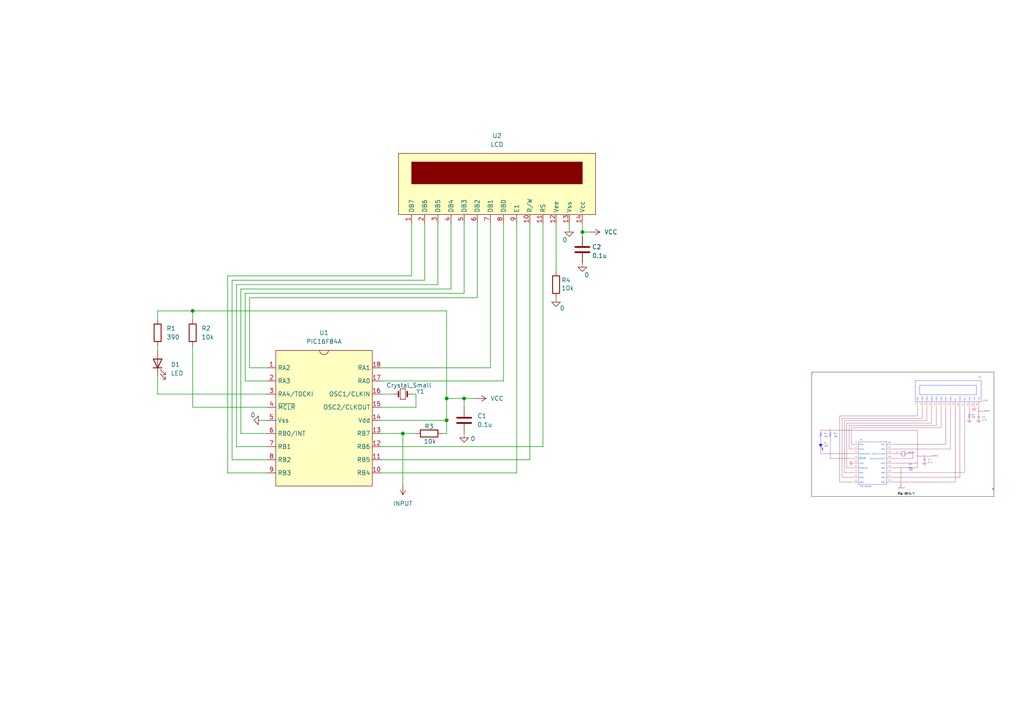
<source format=kicad_sch>
(kicad_sch (version 20250114) (generator "eeschema") (generator_version "9.0")
  (paper "A4")
  (lib_symbols
    (symbol "Device:C" (pin_numbers (hide yes)) (pin_names (offset 0.254))
      (property "Reference" "C" (at 0.635 2.54 0))
      (property "Value" "C" (at 0.635 -2.54 0))
      (symbol "C_0_1"
        (polyline (pts (xy -2.032 0.762) (xy 2.032 0.762)) (stroke (width 0.508)))
        (polyline (pts (xy -2.032 -0.762) (xy 2.032 -0.762)) (stroke (width 0.508)))
      )
      (symbol "C_1_1"
        (pin passive line (at 0 3.81 270) (length 2.794) (name "~") (number "1"))
        (pin passive line (at 0 -3.81 90) (length 2.794) (name "~") (number "2"))
      )
    )
    (symbol "Device:Crystal_Small" (pin_numbers (hide yes)) (pin_names (offset 1.016) (hide yes))
      (property "Reference" "Y" (at 0 2.54 0))
      (property "Value" "Crystal_Small" (at 0 -2.54 0))
      (symbol "Crystal_Small_0_1"
        (polyline (pts (xy -1.27 -0.762) (xy -1.27 0.762)) (stroke (width 0.381)))
        (rectangle (start -0.762 -1.524) (end 0.762 1.524))
        (polyline (pts (xy 1.27 -0.762) (xy 1.27 0.762)) (stroke (width 0.381)))
      )
      (symbol "Crystal_Small_1_1"
        (pin passive line (at -2.54 0 0) (length 1.27) (name "1") (number "1"))
        (pin passive line (at 2.54 0 180) (length 1.27) (name "2") (number "2"))
      )
    )
    (symbol "Device:LED" (pin_numbers (hide yes)) (pin_names (offset 1.016) (hide yes))
      (property "Reference" "D" (at 0 2.54 0))
      (property "Value" "LED" (at 0 -2.54 0))
      (symbol "LED_0_1"
        (polyline (pts (xy -3.048 -0.762) (xy -4.572 -2.286) (xy -3.81 -2.286) (xy -4.572 -2.286) (xy -4.572 -1.524)))
        (polyline (pts (xy -1.778 -0.762) (xy -3.302 -2.286) (xy -2.54 -2.286) (xy -3.302 -2.286) (xy -3.302 -1.524)))
        (polyline (pts (xy -1.27 0) (xy 1.27 0)))
        (polyline (pts (xy -1.27 -1.27) (xy -1.27 1.27)) (stroke (width 0.254)))
        (polyline (pts (xy 1.27 -1.27) (xy 1.27 1.27) (xy -1.27 0) (xy 1.27 -1.27)) (stroke (width 0.254)))
      )
      (symbol "LED_1_1"
        (pin passive line (at -3.81 0 0) (length 2.54) (name "K") (number "1"))
        (pin passive line (at 3.81 0 180) (length 2.54) (name "A") (number "2"))
      )
    )
    (symbol "Device:R" (pin_numbers (hide yes)) (pin_names (offset 0))
      (property "Reference" "R" (at 2.032 0 90))
      (property "Value" "R" (at 0 0 90))
      (symbol "R_0_1"
        (rectangle (start -1.016 -2.54) (end 1.016 2.54) (stroke (width 0.254)))
      )
      (symbol "R_1_1"
        (pin passive line (at 0 3.81 270) (length 1.27) (name "~") (number "1"))
        (pin passive line (at 0 -3.81 90) (length 1.27) (name "~") (number "2"))
      )
    )
    (symbol "Lab_lib:LCD"
      (property "Reference" "U" (at 0 12.192 0))
      (property "Value" "LCD" (at 0 9.398 0))
      (symbol "LCD_1_1"
        (rectangle (start -27.94 7.62) (end 29.21 -10.16) (fill (type background)))
        (rectangle (start -24.13 5.08) (end 25.4 -1.27) (fill (type outline)))
        (pin bidirectional line (at -24.13 -12.7 90) (length 2.54) (name "DB7") (number "1"))
        (pin bidirectional line (at -20.32 -12.7 90) (length 2.54) (name "DB6") (number "2"))
        (pin bidirectional line (at -16.51 -12.7 90) (length 2.54) (name "DB5") (number "3"))
        (pin bidirectional line (at -12.7 -12.7 90) (length 2.54) (name "DB4") (number "4"))
        (pin bidirectional line (at -8.89 -12.7 90) (length 2.54) (name "DB3") (number "5"))
        (pin bidirectional line (at -5.08 -12.7 90) (length 2.54) (name "DB2") (number "6"))
        (pin bidirectional line (at -1.27 -12.7 90) (length 2.54) (name "DB1") (number "7"))
        (pin bidirectional line (at 2.54 -12.7 90) (length 2.54) (name "DB0") (number "8"))
        (pin input line (at 6.35 -12.7 90) (length 2.54) (name "E1") (number "9"))
        (pin input line (at 10.16 -12.7 90) (length 2.54) (name "R/W") (number "10"))
        (pin input line (at 13.97 -12.7 90) (length 2.54) (name "RS") (number "11"))
        (pin power_in line (at 17.78 -12.7 90) (length 2.54) (name "Vee") (number "12"))
        (pin power_in line (at 21.59 -12.7 90) (length 2.54) (name "Vss") (number "13"))
        (pin power_in line (at 25.4 -12.7 90) (length 2.54) (name "Vcc") (number "14"))
      )
    )
    (symbol "Lab_lib:PIC16F84A"
      (property "Reference" "U" (at 0 2.54 0))
      (property "Value" "PIC16F84A" (at 0 0 0))
      (symbol "PIC16F84A_0_1"
        (arc (start 1.27 -1.27) (mid 0 -2.54) (end -1.27 -1.27))
      )
      (symbol "PIC16F84A_1_1"
        (rectangle (start -13.97 -1.27) (end 13.97 -40.64) (fill (type background)))
        (pin bidirectional line (at -16.51 -6.35 0) (length 2.54) (name "RA2") (number "1"))
        (pin bidirectional line (at -16.51 -10.16 0) (length 2.54) (name "RA3") (number "2"))
        (pin bidirectional line (at -16.51 -13.97 0) (length 2.54) (name "RA4/T0CKI") (number "3"))
        (pin input line (at -16.51 -17.78 0) (length 2.54) (name "~{MCLR}") (number "4"))
        (pin power_in line (at -16.51 -21.59 0) (length 2.54) (name "Vss") (number "5"))
        (pin bidirectional line (at -16.51 -25.4 0) (length 2.54) (name "RB0/INT") (number "6"))
        (pin bidirectional line (at -16.51 -29.21 0) (length 2.54) (name "RB1") (number "7"))
        (pin bidirectional line (at -16.51 -33.02 0) (length 2.54) (name "RB2") (number "8"))
        (pin bidirectional line (at -16.51 -36.83 0) (length 2.54) (name "RB3") (number "9"))
        (pin bidirectional line (at 16.51 -6.35 180) (length 2.54) (name "RA1") (number "18"))
        (pin bidirectional line (at 16.51 -10.16 180) (length 2.54) (name "RA0") (number "17"))
        (pin input line (at 16.51 -13.97 180) (length 2.54) (name "OSC1/CLKIN") (number "16"))
        (pin output line (at 16.51 -17.78 180) (length 2.54) (name "OSC2/CLKOUT") (number "15"))
        (pin power_in line (at 16.51 -21.59 180) (length 2.54) (name "Vdd") (number "14"))
        (pin bidirectional line (at 16.51 -25.4 180) (length 2.54) (name "RB7") (number "13"))
        (pin bidirectional line (at 16.51 -29.21 180) (length 2.54) (name "RB6") (number "12"))
        (pin bidirectional line (at 16.51 -33.02 180) (length 2.54) (name "RB5") (number "11"))
        (pin bidirectional line (at 16.51 -36.83 180) (length 2.54) (name "RB4") (number "10"))
      )
    )
    (symbol "Simulation_SPICE:0" (power) (pin_numbers (hide yes)) (pin_names (offset 0) (hide yes))
      (property "Value" "0" (at 0 -2.54 0))
      (symbol "0_0_1"
        (polyline (pts (xy -1.27 0) (xy 0 -1.27) (xy 1.27 0) (xy -1.27 0)))
      )
      (symbol "0_1_1"
        (pin power_in line (at 0 0 0) (length 0) (name "~") (number "1"))
      )
    )
    (symbol "power:LINE" (power) (pin_numbers (hide yes)) (pin_names (offset 0) (hide yes))
      (property "Value" "LINE" (at 0 3.556 0))
      (symbol "LINE_0_1"
        (polyline (pts (xy -0.762 1.27) (xy 0 2.54)))
        (polyline (pts (xy 0 2.54) (xy 0.762 1.27)))
        (polyline (pts (xy 0 0) (xy 0 2.54)))
      )
      (symbol "LINE_1_1"
        (pin power_in line (at 0 0 90) (length 0) (name "~") (number "1"))
      )
    )
    (symbol "power:VCC" (power) (pin_numbers (hide yes)) (pin_names (offset 0) (hide yes))
      (property "Value" "VCC" (at 0 3.556 0))
      (symbol "VCC_0_1"
        (polyline (pts (xy -0.762 1.27) (xy 0 2.54)))
        (polyline (pts (xy 0 2.54) (xy 0.762 1.27)))
        (polyline (pts (xy 0 0) (xy 0 2.54)))
      )
      (symbol "VCC_1_1"
        (pin power_in line (at 0 0 90) (length 0) (name "~") (number "1"))
      )
    )
  )
  (junction (at 55.88 90.17))
  (junction (at 129.54 115.57))
  (junction (at 134.62 115.57))
  (junction (at 168.91 67.31))
  (junction (at 116.84 125.73))
  (junction (at 129.54 121.92))
  (wire (pts (xy 55.88 118.11) (xy 77.47 118.11)))
  (wire (pts (xy 129.54 121.92) (xy 129.54 115.57)))
  (wire (pts (xy 134.62 125.73) (xy 134.62 127)))
  (wire (pts (xy 168.91 76.2) (xy 168.91 77.47)))
  (wire (pts (xy 129.54 115.57) (xy 134.62 115.57)))
  (wire (pts (xy 149.86 137.16) (xy 110.49 137.16)))
  (wire (pts (xy 110.49 125.73) (xy 116.84 125.73)))
  (wire (pts (xy 110.49 114.3) (xy 114.3 114.3)))
  (wire (pts (xy 45.72 90.17) (xy 45.72 92.71)))
  (wire (pts (xy 110.49 118.11) (xy 120.65 118.11)))
  (wire (pts (xy 77.47 106.68) (xy 72.39 106.68)))
  (wire (pts (xy 110.49 110.49) (xy 146.05 110.49)))
  (wire (pts (xy 119.38 80.01) (xy 119.38 64.77)))
  (wire (pts (xy 161.29 86.36) (xy 161.29 87.63)))
  (wire (pts (xy 161.29 64.77) (xy 161.29 78.74)))
  (wire (pts (xy 168.91 67.31) (xy 171.45 67.31)))
  (wire (pts (xy 68.58 129.54) (xy 68.58 82.55)))
  (wire (pts (xy 74.93 121.92) (xy 77.47 121.92)))
  (wire (pts (xy 116.84 125.73) (xy 120.65 125.73)))
  (wire (pts (xy 168.91 64.77) (xy 168.91 67.31)))
  (wire (pts (xy 71.12 110.49) (xy 71.12 85.09)))
  (wire (pts (xy 168.91 67.31) (xy 168.91 68.58)))
  (wire (pts (xy 165.1 64.77) (xy 165.1 67.31)))
  (wire (pts (xy 146.05 110.49) (xy 146.05 64.77)))
  (wire (pts (xy 129.54 90.17) (xy 129.54 115.57)))
  (wire (pts (xy 134.62 118.11) (xy 134.62 115.57)))
  (wire (pts (xy 55.88 100.33) (xy 55.88 118.11)))
  (wire (pts (xy 67.31 81.28) (xy 123.19 81.28)))
  (wire (pts (xy 68.58 82.55) (xy 127 82.55)))
  (wire (pts (xy 153.67 64.77) (xy 153.67 133.35)))
  (wire (pts (xy 72.39 86.36) (xy 138.43 86.36)))
  (wire (pts (xy 67.31 133.35) (xy 67.31 81.28)))
  (wire (pts (xy 77.47 125.73) (xy 69.85 125.73)))
  (wire (pts (xy 77.47 133.35) (xy 67.31 133.35)))
  (wire (pts (xy 128.27 125.73) (xy 129.54 125.73)))
  (wire (pts (xy 69.85 125.73) (xy 69.85 83.82)))
  (wire (pts (xy 55.88 90.17) (xy 55.88 92.71)))
  (wire (pts (xy 110.49 121.92) (xy 129.54 121.92)))
  (wire (pts (xy 45.72 100.33) (xy 45.72 101.6)))
  (wire (pts (xy 110.49 106.68) (xy 142.24 106.68)))
  (wire (pts (xy 157.48 129.54) (xy 110.49 129.54)))
  (wire (pts (xy 138.43 86.36) (xy 138.43 64.77)))
  (wire (pts (xy 66.04 137.16) (xy 66.04 80.01)))
  (wire (pts (xy 77.47 129.54) (xy 68.58 129.54)))
  (wire (pts (xy 153.67 133.35) (xy 110.49 133.35)))
  (wire (pts (xy 77.47 137.16) (xy 66.04 137.16)))
  (wire (pts (xy 77.47 110.49) (xy 71.12 110.49)))
  (wire (pts (xy 157.48 64.77) (xy 157.48 129.54)))
  (wire (pts (xy 120.65 118.11) (xy 120.65 114.3)))
  (wire (pts (xy 129.54 90.17) (xy 55.88 90.17)))
  (wire (pts (xy 134.62 85.09) (xy 134.62 64.77)))
  (wire (pts (xy 116.84 125.73) (xy 116.84 140.97)))
  (wire (pts (xy 69.85 83.82) (xy 130.81 83.82)))
  (wire (pts (xy 129.54 125.73) (xy 129.54 121.92)))
  (wire (pts (xy 45.72 90.17) (xy 55.88 90.17)))
  (wire (pts (xy 45.72 109.22) (xy 45.72 114.3)))
  (wire (pts (xy 130.81 83.82) (xy 130.81 64.77)))
  (wire (pts (xy 142.24 106.68) (xy 142.24 64.77)))
  (wire (pts (xy 66.04 80.01) (xy 119.38 80.01)))
  (wire (pts (xy 127 82.55) (xy 127 64.77)))
  (wire (pts (xy 72.39 106.68) (xy 72.39 86.36)))
  (wire (pts (xy 149.86 64.77) (xy 149.86 137.16)))
  (wire (pts (xy 45.72 114.3) (xy 77.47 114.3)))
  (wire (pts (xy 134.62 115.57) (xy 138.43 115.57)))
  (wire (pts (xy 123.19 81.28) (xy 123.19 64.77)))
  (wire (pts (xy 71.12 85.09) (xy 134.62 85.09)))
  (wire (pts (xy 120.65 114.3) (xy 119.38 114.3)))
  (image (at 261.874 125.984))
  (symbol (lib_id "Device:C") (at 168.91 72.39 0) (unit 1)
    (property "Reference" "C2" (at 171.704 71.628 0) (effects (justify left)))
    (property "Value" "0.1u" (at 171.704 74.168 0) (effects (justify left)))
    (property "Description" "Unpolarized capacitor" (effects (hide yes)))
  )
  (symbol (lib_id "Simulation_SPICE:0") (at 165.1 67.31 0) (unit 1)
    (property "Reference" "#GND01" (effects (hide yes)))
    (property "Value" "0" (at 163.83 69.596 0))
    (property "Datasheet" "https://ngspice.sourceforge.io/docs/ngspice-html-manual/manual.xhtml#subsec_Circuit_elements__device" (effects (hide yes)))
    (property "Description" "0V reference potential for simulation" (effects (hide yes)))
  )
  (symbol (lib_id "power:VCC") (at 171.45 67.31 270) (unit 1)
    (property "Reference" "#PWR01" (effects (hide yes)))
    (property "Value" "VCC" (at 175.26 67.3099 90) (effects (justify left)))
    (property "Description" "Power symbol creates a global label with name \"VCC\"" (effects (hide yes)))
  )
  (symbol (lib_id "Simulation_SPICE:0") (at 134.62 127 0) (unit 1)
    (property "Reference" "#GND05" (effects (hide yes)))
    (property "Value" "0" (at 137.16 127.254 0))
    (property "Datasheet" "https://ngspice.sourceforge.io/docs/ngspice-html-manual/manual.xhtml#subsec_Circuit_elements__device" (effects (hide yes)))
    (property "Description" "0V reference potential for simulation" (effects (hide yes)))
  )
  (symbol (lib_id "Simulation_SPICE:0") (at 168.91 77.47 0) (unit 1)
    (property "Reference" "#GND03" (effects (hide yes)))
    (property "Value" "0" (at 170.18 79.756 0))
    (property "Datasheet" "https://ngspice.sourceforge.io/docs/ngspice-html-manual/manual.xhtml#subsec_Circuit_elements__device" (effects (hide yes)))
    (property "Description" "0V reference potential for simulation" (effects (hide yes)))
  )
  (symbol (lib_id "Device:R") (at 45.72 96.52 0) (unit 1)
    (property "Reference" "R1" (at 48.26 95.2499 0) (effects (justify left)))
    (property "Value" "390" (at 48.26 97.7899 0) (effects (justify left)))
    (property "Description" "Resistor" (effects (hide yes)))
  )
  (symbol (lib_id "Simulation_SPICE:0") (at 74.93 121.92 270) (unit 1)
    (property "Reference" "#GND02" (effects (hide yes)))
    (property "Value" "0" (at 72.644 120.396 90) (effects (justify left)))
    (property "Datasheet" "https://ngspice.sourceforge.io/docs/ngspice-html-manual/manual.xhtml#subsec_Circuit_elements__device" (effects (hide yes)))
    (property "Description" "0V reference potential for simulation" (effects (hide yes)))
  )
  (symbol (lib_id "Device:LED") (at 45.72 105.41 90) (unit 1)
    (property "Reference" "D1" (at 49.53 105.7274 90) (effects (justify right)))
    (property "Value" "LED" (at 49.53 108.2674 90) (effects (justify right)))
    (property "Description" "Light emitting diode" (effects (hide yes)))
    (property "Sim.Pins" "1=K 2=A" (effects (hide yes)))
  )
  (symbol (lib_id "Device:C") (at 134.62 121.92 0) (unit 1)
    (property "Reference" "C1" (at 138.43 120.6499 0) (effects (justify left)))
    (property "Value" "0.1u" (at 138.43 123.1899 0) (effects (justify left)))
    (property "Description" "Unpolarized capacitor" (effects (hide yes)))
  )
  (symbol (lib_id "Simulation_SPICE:0") (at 161.29 87.63 0) (unit 1)
    (property "Reference" "#GND04" (effects (hide yes)))
    (property "Value" "0" (at 163.068 89.408 0))
    (property "Datasheet" "https://ngspice.sourceforge.io/docs/ngspice-html-manual/manual.xhtml#subsec_Circuit_elements__device" (effects (hide yes)))
    (property "Description" "0V reference potential for simulation" (effects (hide yes)))
  )
  (symbol (lib_id "Device:R") (at 124.46 125.73 90) (unit 1)
    (property "Reference" "R3" (at 124.46 123.698 90))
    (property "Value" "10k" (at 124.714 128.016 90))
    (property "Description" "Resistor" (effects (hide yes)))
  )
  (symbol (lib_id "Device:R") (at 161.29 82.55 0) (unit 1)
    (property "Reference" "R4" (at 162.814 81.28 0) (effects (justify left)))
    (property "Value" "10k" (at 162.814 83.566 0) (effects (justify left)))
    (property "Description" "Resistor" (effects (hide yes)))
  )
  (symbol (lib_id "Lab_lib:PIC16F84A") (at 93.98 100.33 0) (unit 1)
    (property "Reference" "U1" (at 93.98 96.52 0))
    (property "Value" "PIC16F84A" (at 93.98 99.06 0))
  )
  (symbol (lib_id "Device:Crystal_Small") (at 116.84 114.3 0) (unit 1)
    (property "Reference" "Y1" (at 121.92 113.538 0))
    (property "Value" "Crystal_Small" (at 118.618 111.76 0))
    (property "Description" "Two pin crystal, small symbol" (effects (hide yes)))
  )
  (symbol (lib_id "power:LINE") (at 116.84 140.97 180) (unit 1)
    (property "Reference" "#PWR_IN" (effects (hide yes)))
    (property "Value" "INPUT" (at 116.84 146.05 0))
    (property "Description" "Power symbol creates a global label with name \"INPUT\"" (effects (hide yes)))
  )
  (symbol (lib_id "power:VCC") (at 138.43 115.57 270) (unit 1)
    (property "Reference" "#PWR02" (effects (hide yes)))
    (property "Value" "VCC" (at 142.24 115.5699 90) (effects (justify left)))
    (property "Description" "Power symbol creates a global label with name \"VCC\"" (effects (hide yes)))
  )
  (symbol (lib_id "Lab_lib:LCD") (at 143.51 52.07 0) (unit 1)
    (property "Reference" "U2" (at 144.145 39.37 0))
    (property "Value" "LCD" (at 144.145 41.91 0))
  )
  (symbol (lib_id "Device:R") (at 55.88 96.52 0) (unit 1)
    (property "Reference" "R2" (at 58.42 95.2499 0) (effects (justify left)))
    (property "Value" "10k" (at 58.42 97.7899 0) (effects (justify left)))
    (property "Description" "Resistor" (effects (hide yes)))
  )
)
</source>
